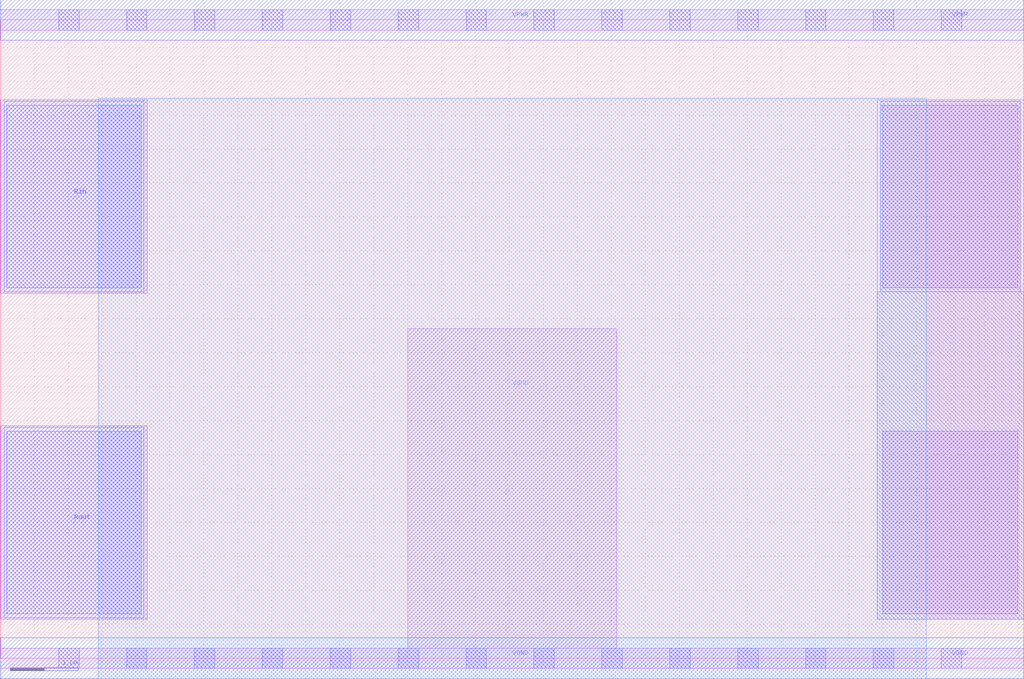
<source format=lef>
VERSION 5.7 ;
  NOWIREEXTENSIONATPIN ON ;
  DIVIDERCHAR "/" ;
  BUSBITCHARS "[]" ;
MACRO sky130_asc_res_xhigh_po_2p85_2
  CLASS CORE ;
  FOREIGN sky130_asc_res_xhigh_po_2p85_2 ;
  ORIGIN 0.000 0.000 ;
  SIZE 15.070 BY 9.400 ;
  SITE unitasc ;
  PIN Rin
    DIRECTION INOUT ;
    PORT
      LAYER li1 ;
        RECT 0.005 5.375 2.165 8.225 ;
      LAYER mcon ;
        RECT 0.095 5.455 2.080 8.145 ;
      LAYER met1 ;
        RECT 0.060 5.395 2.110 8.205 ;
    END
  END Rin
  PIN Rout
    DIRECTION INOUT ;
    PORT
      LAYER li1 ;
        RECT 0.005 0.575 2.165 3.425 ;
      LAYER mcon ;
        RECT 0.095 0.655 2.080 3.345 ;
      LAYER met1 ;
        RECT 0.060 0.595 2.110 3.405 ;
    END
  END Rout
  PIN VPWR
    DIRECTION INOUT ;
    USE POWER ;
    PORT
      LAYER li1 ;
        RECT 0.010 9.250 15.070 9.550 ;
      LAYER mcon ;
        RECT 0.860 9.250 1.160 9.550 ;
        RECT 1.860 9.250 2.160 9.550 ;
        RECT 2.860 9.250 3.160 9.550 ;
        RECT 3.860 9.250 4.160 9.550 ;
        RECT 4.860 9.250 5.160 9.550 ;
        RECT 5.860 9.250 6.160 9.550 ;
        RECT 6.860 9.250 7.160 9.550 ;
        RECT 7.860 9.250 8.160 9.550 ;
        RECT 8.860 9.250 9.160 9.550 ;
        RECT 9.860 9.250 10.160 9.550 ;
        RECT 10.860 9.250 11.160 9.550 ;
        RECT 11.860 9.250 12.160 9.550 ;
        RECT 12.860 9.250 13.160 9.550 ;
        RECT 13.860 9.250 14.160 9.550 ;
      LAYER met1 ;
        RECT 0.010 9.100 15.070 9.700 ;
    END
  END VPWR
  PIN VGND
    DIRECTION INOUT ;
    USE GROUND ;
    PORT
      LAYER pwell ;
        RECT 1.440 -0.300 13.640 8.250 ;
      LAYER li1 ;
        RECT 6.000 0.150 9.080 4.850 ;
        RECT 0.010 -0.150 15.070 0.150 ;
      LAYER mcon ;
        RECT 0.860 -0.150 1.160 0.150 ;
        RECT 1.860 -0.150 2.160 0.150 ;
        RECT 2.860 -0.150 3.160 0.150 ;
        RECT 3.860 -0.150 4.160 0.150 ;
        RECT 4.860 -0.150 5.160 0.150 ;
        RECT 5.860 -0.150 6.160 0.150 ;
        RECT 6.860 -0.150 7.160 0.150 ;
        RECT 7.860 -0.150 8.160 0.150 ;
        RECT 8.860 -0.150 9.160 0.150 ;
        RECT 9.860 -0.150 10.160 0.150 ;
        RECT 10.860 -0.150 11.160 0.150 ;
        RECT 11.860 -0.150 12.160 0.150 ;
        RECT 12.860 -0.150 13.160 0.150 ;
        RECT 13.860 -0.150 14.160 0.150 ;
      LAYER met1 ;
        RECT 0.010 -0.300 15.070 0.300 ;
    END
  END VGND
  OBS
      LAYER li1 ;
        RECT 12.915 0.575 15.075 8.225 ;
      LAYER mcon ;
        RECT 13.000 5.455 14.985 8.145 ;
        RECT 13.000 0.655 14.985 3.345 ;
      LAYER met1 ;
        RECT 12.970 5.395 15.020 8.205 ;
        RECT 12.915 0.575 15.075 5.395 ;
  END
END sky130_asc_res_xhigh_po_2p85_2
END LIBRARY


</source>
